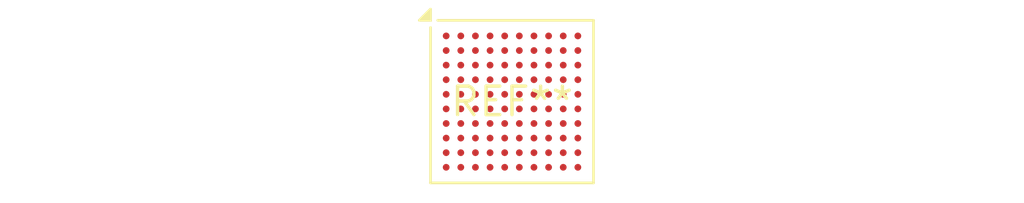
<source format=kicad_pcb>
(kicad_pcb (version 20240108) (generator pcbnew)
  (layers (0 "F.Cu" signal) (31 "B.Cu" signal) (34 "B.Paste" user) (35 "F.Paste" user) (36 "B.SilkS" user "B.Silkscreen") (37 "F.SilkS" user "F.Silkscreen") (38 "B.Mask" user) (39 "F.Mask" user) (44 "Edge.Cuts" user))
  (net 0 "")
  (footprint "VFBGA-100_7.0x7.0mm_Layout10x10_P0.65mm" (layer "F.Cu") (at 0 0)
    (property "Reference" "REF**")
    (property "Value" "VFBGA-100_7.0x7.0mm_Layout10x10_P0.65mm")
    (fp_line (start -3.62 -3.3) (end -3.62 3.62) (layer "F.SilkS") (stroke (width 0.12)))
    (fp_line (start -3.62 3.62) (end 3.62 3.62) (layer "F.SilkS") (stroke (width 0.12)))
    (fp_line (start 3.62 -3.62) (end -3.3 -3.62) (layer "F.SilkS") (stroke (width 0.12)))
    (fp_line (start 3.62 3.62) (end 3.62 -3.62) (layer "F.SilkS") (stroke (width 0.12)))
    (fp_poly (pts (xy -3.62 -3.62) (xy -4.12 -3.62) (xy -3.62 -4.12) (xy -3.62 -3.62)) (layer "F.SilkS") (stroke (width 0.12)) (fill solid))
    (pad "A1" smd circle (at -2.925 -2.925) (size 0.3 0.3) (property pad_prop_bga) (layers "F.Cu" "F.Paste" "F.Mask"))
    (pad "A2" smd circle (at -2.275 -2.925) (size 0.3 0.3) (property pad_prop_bga) (layers "F.Cu" "F.Paste" "F.Mask"))
    (pad "A3" smd circle (at -1.625 -2.925) (size 0.3 0.3) (property pad_prop_bga) (layers "F.Cu" "F.Paste" "F.Mask"))
    (pad "A4" smd circle (at -0.975 -2.925) (size 0.3 0.3) (property pad_prop_bga) (layers "F.Cu" "F.Paste" "F.Mask"))
    (pad "A5" smd circle (at -0.325 -2.925) (size 0.3 0.3) (property pad_prop_bga) (layers "F.Cu" "F.Paste" "F.Mask"))
    (pad "A6" smd circle (at 0.325 -2.925) (size 0.3 0.3) (property pad_prop_bga) (layers "F.Cu" "F.Paste" "F.Mask"))
    (pad "A7" smd circle (at 0.975 -2.925) (size 0.3 0.3) (property pad_prop_bga) (layers "F.Cu" "F.Paste" "F.Mask"))
    (pad "A8" smd circle (at 1.625 -2.925) (size 0.3 0.3) (property pad_prop_bga) (layers "F.Cu" "F.Paste" "F.Mask"))
    (pad "A9" smd circle (at 2.275 -2.925) (size 0.3 0.3) (property pad_prop_bga) (layers "F.Cu" "F.Paste" "F.Mask"))
    (pad "A10" smd circle (at 2.925 -2.925) (size 0.3 0.3) (property pad_prop_bga) (layers "F.Cu" "F.Paste" "F.Mask"))
    (pad "B1" smd circle (at -2.925 -2.275) (size 0.3 0.3) (property pad_prop_bga) (layers "F.Cu" "F.Paste" "F.Mask"))
    (pad "B2" smd circle (at -2.275 -2.275) (size 0.3 0.3) (property pad_prop_bga) (layers "F.Cu" "F.Paste" "F.Mask"))
    (pad "B3" smd circle (at -1.625 -2.275) (size 0.3 0.3) (property pad_prop_bga) (layers "F.Cu" "F.Paste" "F.Mask"))
    (pad "B4" smd circle (at -0.975 -2.275) (size 0.3 0.3) (property pad_prop_bga) (layers "F.Cu" "F.Paste" "F.Mask"))
    (pad "B5" smd circle (at -0.325 -2.275) (size 0.3 0.3) (property pad_prop_bga) (layers "F.Cu" "F.Paste" "F.Mask"))
    (pad "B6" smd circle (at 0.325 -2.275) (size 0.3 0.3) (property pad_prop_bga) (layers "F.Cu" "F.Paste" "F.Mask"))
    (pad "B7" smd circle (at 0.975 -2.275) (size 0.3 0.3) (property pad_prop_bga) (layers "F.Cu" "F.Paste" "F.Mask"))
    (pad "B8" smd circle (at 1.625 -2.275) (size 0.3 0.3) (property pad_prop_bga) (layers "F.Cu" "F.Paste" "F.Mask"))
    (pad "B9" smd circle (at 2.275 -2.275) (size 0.3 0.3) (property pad_prop_bga) (layers "F.Cu" "F.Paste" "F.Mask"))
    (pad "B10" smd circle (at 2.925 -2.275) (size 0.3 0.3) (property pad_prop_bga) (layers "F.Cu" "F.Paste" "F.Mask"))
    (pad "C1" smd circle (at -2.925 -1.625) (size 0.3 0.3) (property pad_prop_bga) (layers "F.Cu" "F.Paste" "F.Mask"))
    (pad "C2" smd circle (at -2.275 -1.625) (size 0.3 0.3) (property pad_prop_bga) (layers "F.Cu" "F.Paste" "F.Mask"))
    (pad "C3" smd circle (at -1.625 -1.625) (size 0.3 0.3) (property pad_prop_bga) (layers "F.Cu" "F.Paste" "F.Mask"))
    (pad "C4" smd circle (at -0.975 -1.625) (size 0.3 0.3) (property pad_prop_bga) (layers "F.Cu" "F.Paste" "F.Mask"))
    (pad "C5" smd circle (at -0.325 -1.625) (size 0.3 0.3) (property pad_prop_bga) (layers "F.Cu" "F.Paste" "F.Mask"))
    (pad "C6" smd circle (at 0.325 -1.625) (size 0.3 0.3) (property pad_prop_bga) (layers "F.Cu" "F.Paste" "F.Mask"))
    (pad "C7" smd circle (at 0.975 -1.625) (size 0.3 0.3) (property pad_prop_bga) (layers "F.Cu" "F.Paste" "F.Mask"))
    (pad "C8" smd circle (at 1.625 -1.625) (size 0.3 0.3) (property pad_prop_bga) (layers "F.Cu" "F.Paste" "F.Mask"))
    (pad "C9" smd circle (at 2.275 -1.625) (size 0.3 0.3) (property pad_prop_bga) (layers "F.Cu" "F.Paste" "F.Mask"))
    (pad "C10" smd circle (at 2.925 -1.625) (size 0.3 0.3) (property pad_prop_bga) (layers "F.Cu" "F.Paste" "F.Mask"))
    (pad "D1" smd circle (at -2.925 -0.975) (size 0.3 0.3) (property pad_prop_bga) (layers "F.Cu" "F.Paste" "F.Mask"))
    (pad "D2" smd circle (at -2.275 -0.975) (size 0.3 0.3) (property pad_prop_bga) (layers "F.Cu" "F.Paste" "F.Mask"))
    (pad "D3" smd circle (at -1.625 -0.975) (size 0.3 0.3) (property pad_prop_bga) (layers "F.Cu" "F.Paste" "F.Mask"))
    (pad "D4" smd circle (at -0.975 -0.975) (size 0.3 0.3) (property pad_prop_bga) (layers "F.Cu" "F.Paste" "F.Mask"))
    (pad "D5" smd circle (at -0.325 -0.975) (size 0.3 0.3) (property pad_prop_bga) (layers "F.Cu" "F.Paste" "F.Mask"))
    (pad "D6" smd circle (at 0.325 -0.975) (size 0.3 0.3) (property pad_prop_bga) (layers "F.Cu" "F.Paste" "F.Mask"))
    (pad "D7" smd circle (at 0.975 -0.975) (size 0.3 0.3) (property pad_prop_bga) (layers "F.Cu" "F.Paste" "F.Mask"))
    (pad "D8" smd circle (at 1.625 -0.975) (size 0.3 0.3) (property pad_prop_bga) (layers "F.Cu" "F.Paste" "F.Mask"))
    (pad "D9" smd circle (at 2.275 -0.975) (size 0.3 0.3) (property pad_prop_bga) (layers "F.Cu" "F.Paste" "F.Mask"))
    (pad "D10" smd circle (at 2.925 -0.975) (size 0.3 0.3) (property pad_prop_bga) (layers "F.Cu" "F.Paste" "F.Mask"))
    (pad "E1" smd circle (at -2.925 -0.325) (size 0.3 0.3) (property pad_prop_bga) (layers "F.Cu" "F.Paste" "F.Mask"))
    (pad "E2" smd circle (at -2.275 -0.325) (size 0.3 0.3) (property pad_prop_bga) (layers "F.Cu" "F.Paste" "F.Mask"))
    (pad "E3" smd circle (at -1.625 -0.325) (size 0.3 0.3) (property pad_prop_bga) (layers "F.Cu" "F.Paste" "F.Mask"))
    (pad "E4" smd circle (at -0.975 -0.325) (size 0.3 0.3) (property pad_prop_bga) (layers "F.Cu" "F.Paste" "F.Mask"))
    (pad "E5" smd circle (at -0.325 -0.325) (size 0.3 0.3) (property pad_prop_bga) (layers "F.Cu" "F.Paste" "F.Mask"))
    (pad "E6" smd circle (at 0.325 -0.325) (size 0.3 0.3) (property pad_prop_bga) (layers "F.Cu" "F.Paste" "F.Mask"))
    (pad "E7" smd circle (at 0.975 -0.325) (size 0.3 0.3) (property pad_prop_bga) (layers "F.Cu" "F.Paste" "F.Mask"))
    (pad "E8" smd circle (at 1.625 -0.325) (size 0.3 0.3) (property pad_prop_bga) (layers "F.Cu" "F.Paste" "F.Mask"))
    (pad "E9" smd circle (at 2.275 -0.325) (size 0.3 0.3) (property pad_prop_bga) (layers "F.Cu" "F.Paste" "F.Mask"))
    (pad "E10" smd circle (at 2.925 -0.325) (size 0.3 0.3) (property pad_prop_bga) (layers "F.Cu" "F.Paste" "F.Mask"))
    (pad "F1" smd circle (at -2.925 0.325) (size 0.3 0.3) (property pad_prop_bga) (layers "F.Cu" "F.Paste" "F.Mask"))
    (pad "F2" smd circle (at -2.275 0.325) (size 0.3 0.3) (property pad_prop_bga) (layers "F.Cu" "F.Paste" "F.Mask"))
    (pad "F3" smd circle (at -1.625 0.325) (size 0.3 0.3) (property pad_prop_bga) (layers "F.Cu" "F.Paste" "F.Mask"))
    (pad "F4" smd circle (at -0.975 0.325) (size 0.3 0.3) (property pad_prop_bga) (layers "F.Cu" "F.Paste" "F.Mask"))
    (pad "F5" smd circle (at -0.325 0.325) (size 0.3 0.3) (property pad_prop_bga) (layers "F.Cu" "F.Paste" "F.Mask"))
    (pad "F6" smd circle (at 0.325 0.325) (size 0.3 0.3) (property pad_prop_bga) (layers "F.Cu" "F.Paste" "F.Mask"))
    (pad "F7" smd circle (at 0.975 0.325) (size 0.3 0.3) (property pad_prop_bga) (layers "F.Cu" "F.Paste" "F.Mask"))
    (pad "F8" smd circle (at 1.625 0.325) (size 0.3 0.3) (property pad_prop_bga) (layers "F.Cu" "F.Paste" "F.Mask"))
    (pad "F9" smd circle (at 2.275 0.325) (size 0.3 0.3) (property pad_prop_bga) (layers "F.Cu" "F.Paste" "F.Mask"))
    (pad "F10" smd circle (at 2.925 0.325) (size 0.3 0.3) (property pad_prop_bga) (layers "F.Cu" "F.Paste" "F.Mask"))
    (pad "G1" smd circle (at -2.925 0.975) (size 0.3 0.3) (property pad_prop_bga) (layers "F.Cu" "F.Paste" "F.Mask"))
    (pad "G2" smd circle (at -2.275 0.975) (size 0.3 0.3) (property pad_prop_bga) (layers "F.Cu" "F.Paste" "F.Mask"))
    (pad "G3" smd circle (at -1.625 0.975) (size 0.3 0.3) (property pad_prop_bga) (layers "F.Cu" "F.Paste" "F.Mask"))
    (pad "G4" smd circle (at -0.975 0.975) (size 0.3 0.3) (property pad_prop_bga) (layers "F.Cu" "F.Paste" "F.Mask"))
    (pad "G5" smd circle (at -0.325 0.975) (size 0.3 0.3) (property pad_prop_bga) (layers "F.Cu" "F.Paste" "F.Mask"))
    (pad "G6" smd circle (at 0.325 0.975) (size 0.3 0.3) (property pad_prop_bga) (layers "F.Cu" "F.Paste" "F.Mask"))
    (pad "G7" smd circle (at 0.975 0.975) (size 0.3 0.3) (property pad_prop_bga) (layers "F.Cu" "F.Paste" "F.Mask"))
    (pad "G8" smd circle (at 1.625 0.975) (size 0.3 0.3) (property pad_prop_bga) (layers "F.Cu" "F.Paste" "F.Mask"))
    (pad "G9" smd circle (at 2.275 0.975) (size 0.3 0.3) (property pad_prop_bga) (layers "F.Cu" "F.Paste" "F.Mask"))
    (pad "G10" smd circle (at 2.925 0.975) (size 0.3 0.3) (property pad_prop_bga) (layers "F.Cu" "F.Paste" "F.Mask"))
    (pad "H1" smd circle (at -2.925 1.625) (size 0.3 0.3) (property pad_prop_bga) (layers "F.Cu" "F.Paste" "F.Mask"))
    (pad "H2" smd circle (at -2.275 1.625) (size 0.3 0.3) (property pad_prop_bga) (layers "F.Cu" "F.Paste" "F.Mask"))
    (pad "H3" smd circle (at -1.625 1.625) (size 0.3 0.3) (property pad_prop_bga) (layers "F.Cu" "F.Paste" "F.Mask"))
    (pad "H4" smd circle (at -0.975 1.625) (size 0.3 0.3) (property pad_prop_bga) (layers "F.Cu" "F.Paste" "F.Mask"))
    (pad "H5" smd circle (at -0.325 1.625) (size 0.3 0.3) (property pad_prop_bga) (layers "F.Cu" "F.Paste" "F.Mask"))
    (pad "H6" smd circle (at 0.325 1.625) (size 0.3 0.3) (property pad_prop_bga) (layers "F.Cu" "F.Paste" "F.Mask"))
    (pad "H7" smd circle (at 0.975 1.625) (size 0.3 0.3) (property pad_prop_bga) (layers "F.Cu" "F.Paste" "F.Mask"))
    (pad "H8" smd circle (at 1.625 1.625) (size 0.3 0.3) (property pad_prop_bga) (layers "F.Cu" "F.Paste" "F.Mask"))
    (pad "H9" smd circle (at 2.275 1.625) (size 0.3 0.3) (property pad_prop_bga) (layers "F.Cu" "F.Paste" "F.Mask"))
    (pad "H10" smd circle (at 2.925 1.625) (size 0.3 0.3) (property pad_prop_bga) (layers "F.Cu" "F.Paste" "F.Mask"))
    (pad "J1" smd circle (at -2.925 2.275) (size 0.3 0.3) (property pad_prop_bga) (layers "F.Cu" "F.Paste" "F.Mask"))
    (pad "J2" smd circle (at -2.275 2.275) (size 0.3 0.3) (property pad_prop_bga) (layers "F.Cu" "F.Paste" "F.Mask"))
    (pad "J3" smd circle (at -1.625 2.275) (size 0.3 0.3) (property pad_prop_bga) (layers "F.Cu" "F.Paste" "F.Mask"))
    (pad "J4" smd circle (at -0.975 2.275) (size 0.3 0.3) (property pad_prop_bga) (layers "F.Cu" "F.Paste" "F.Mask"))
    (pad "J5" smd circle (at -0.325 2.275) (size 0.3 0.3) (property pad_prop_bga) (layers "F.Cu" "F.Paste" "F.Mask"))
    (pad "J6" smd circle (at 0.325 2.275) (size 0.3 0.3) (property pad_prop_bga) (layers "F.Cu" "F.Paste" "F.Mask"))
    (pad "J7" smd circle (at 0.975 2.275) (size 0.3 0.3) (property pad_prop_bga) (layers "F.Cu" "F.Paste" "F.Mask"))
    (pad "J8" smd circle (at 1.625 2.275) (size 0.3 0.3) (property pad_prop_bga) (layers "F.Cu" "F.Paste" "F.Mask"))
    (pad "J9" smd circle (at 2.275 2.275) (size 0.3 0.3) (property pad_prop_bga) (layers "F.Cu" "F.Paste" "F.Mask"))
    (pad "J10" smd circle (at 2.925 2.275) (size 0.3 0.3) (property pad_prop_bga) (layers "F.Cu" "F.Paste" "F.Mask"))
    (pad "K1" smd circle (at -2.925 2.925) (size 0.3 0.3) (property pad_prop_bga) (layers "F.Cu" "F.Paste" "F.Mask"))
    (pad "K2" smd circle (at -2.275 2.925) (size 0.3 0.3) (property pad_prop_bga) (layers "F.Cu" "F.Paste" "F.Mask"))
    (pad "K3" smd circle (at -1.625 2.925) (size 0.3 0.3) (property pad_prop_bga) (layers "F.Cu" "F.Paste" "F.Mask"))
    (pad "K4" smd circle (at -0.975 2.925) (size 0.3 0.3) (property pad_prop_bga) (layers "F.Cu" "F.Paste" "F.Mask"))
    (pad "K5" smd circle (at -0.325 2.925) (size 0.3 0.3) (property pad_prop_bga) (layers "F.Cu" "F.Paste" "F.Mask"))
    (pad "K6" smd circle (at 0.325 2.925) (size 0.3 0.3) (property pad_prop_bga) (layers "F.Cu" "F.Paste" "F.Mask"))
    (pad "K7" smd circle (at 0.975 2.925) (size 0.3 0.3) (property pad_prop_bga) (layers "F.Cu" "F.Paste" "F.Mask"))
    (pad "K8" smd circle (at 1.625 2.925) (size 0.3 0.3) (property pad_prop_bga) (layers "F.Cu" "F.Paste" "F.Mask"))
    (pad "K9" smd circle (at 2.275 2.925) (size 0.3 0.3) (property pad_prop_bga) (layers "F.Cu" "F.Paste" "F.Mask"))
    (pad "K10" smd circle (at 2.925 2.925) (size 0.3 0.3) (property pad_prop_bga) (layers "F.Cu" "F.Paste" "F.Mask"))
  )
)
</source>
